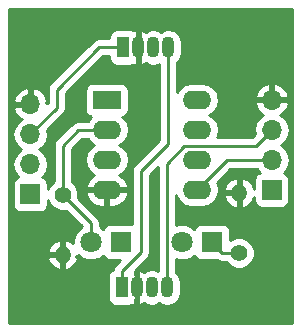
<source format=gbr>
G04 #@! TF.FileFunction,Copper,L1,Top,Signal*
%FSLAX46Y46*%
G04 Gerber Fmt 4.6, Leading zero omitted, Abs format (unit mm)*
G04 Created by KiCad (PCBNEW 4.0.7) date 12/07/18 00:27:29*
%MOMM*%
%LPD*%
G01*
G04 APERTURE LIST*
%ADD10C,0.100000*%
%ADD11R,2.400000X1.600000*%
%ADD12O,2.400000X1.600000*%
%ADD13R,1.700000X1.700000*%
%ADD14O,1.700000X1.700000*%
%ADD15R,1.800000X1.800000*%
%ADD16C,1.800000*%
%ADD17C,1.400000*%
%ADD18O,1.400000X1.400000*%
%ADD19R,1.070000X1.800000*%
%ADD20O,1.070000X1.800000*%
%ADD21C,0.250000*%
%ADD22C,0.254000*%
G04 APERTURE END LIST*
D10*
D11*
X152527000Y-130302000D03*
D12*
X160147000Y-137922000D03*
X152527000Y-132842000D03*
X160147000Y-135382000D03*
X152527000Y-135382000D03*
X160147000Y-132842000D03*
X152527000Y-137922000D03*
X160147000Y-130302000D03*
D13*
X146050000Y-138303000D03*
D14*
X146050000Y-135763000D03*
X146050000Y-133223000D03*
X146050000Y-130683000D03*
D15*
X161442400Y-142341600D03*
D16*
X158902400Y-142341600D03*
D15*
X153720800Y-142341600D03*
D16*
X151180800Y-142341600D03*
D13*
X166497000Y-137922000D03*
D14*
X166497000Y-135382000D03*
X166497000Y-132842000D03*
X166497000Y-130302000D03*
D17*
X163728400Y-143256000D03*
D18*
X163728400Y-138176000D03*
D17*
X148793200Y-138328400D03*
D18*
X148793200Y-143408400D03*
D19*
X153924000Y-125857000D03*
D20*
X155194000Y-125857000D03*
X156464000Y-125857000D03*
X157734000Y-125857000D03*
D19*
X153797000Y-146177000D03*
D20*
X155067000Y-146177000D03*
X156337000Y-146177000D03*
X157607000Y-146177000D03*
D21*
X163728400Y-143256000D02*
X162255200Y-143256000D01*
X162255200Y-143256000D02*
X161340800Y-142341600D01*
X151180800Y-142341600D02*
X151180800Y-140716000D01*
X151180800Y-140716000D02*
X148793200Y-138328400D01*
X152527000Y-132842000D02*
X150114000Y-132842000D01*
X148793200Y-134162800D02*
X148793200Y-138328400D01*
X150114000Y-132842000D02*
X148793200Y-134162800D01*
X153924000Y-125857000D02*
X151866600Y-125857000D01*
X148285200Y-130987800D02*
X146050000Y-133223000D01*
X148285200Y-129438400D02*
X148285200Y-130987800D01*
X151866600Y-125857000D02*
X148285200Y-129438400D01*
X153797000Y-146177000D02*
X153797000Y-144805400D01*
X157734000Y-134010400D02*
X157734000Y-125857000D01*
X155397200Y-136347200D02*
X157734000Y-134010400D01*
X155397200Y-143205200D02*
X155397200Y-136347200D01*
X153797000Y-144805400D02*
X155397200Y-143205200D01*
X166497000Y-135382000D02*
X162687000Y-135382000D01*
X162687000Y-135382000D02*
X160147000Y-137922000D01*
X157607000Y-146177000D02*
X157607000Y-135712200D01*
X165125400Y-134213600D02*
X166497000Y-132842000D01*
X159105600Y-134213600D02*
X165125400Y-134213600D01*
X157607000Y-135712200D02*
X159105600Y-134213600D01*
D22*
G36*
X168200000Y-149150000D02*
X144220000Y-149150000D01*
X144220000Y-143741731D01*
X147500473Y-143741731D01*
X147726436Y-144211063D01*
X148114804Y-144558197D01*
X148459871Y-144701116D01*
X148666200Y-144577774D01*
X148666200Y-143535400D01*
X147622994Y-143535400D01*
X147500473Y-143741731D01*
X144220000Y-143741731D01*
X144220000Y-143075069D01*
X147500473Y-143075069D01*
X147622994Y-143281400D01*
X148666200Y-143281400D01*
X148666200Y-142239026D01*
X148459871Y-142115684D01*
X148114804Y-142258603D01*
X147726436Y-142605737D01*
X147500473Y-143075069D01*
X144220000Y-143075069D01*
X144220000Y-133223000D01*
X144535907Y-133223000D01*
X144648946Y-133791285D01*
X144970853Y-134273054D01*
X145300026Y-134493000D01*
X144970853Y-134712946D01*
X144648946Y-135194715D01*
X144535907Y-135763000D01*
X144648946Y-136331285D01*
X144970853Y-136813054D01*
X145012452Y-136840850D01*
X144964683Y-136849838D01*
X144748559Y-136988910D01*
X144603569Y-137201110D01*
X144552560Y-137453000D01*
X144552560Y-139153000D01*
X144596838Y-139388317D01*
X144735910Y-139604441D01*
X144948110Y-139749431D01*
X145200000Y-139800440D01*
X146900000Y-139800440D01*
X147135317Y-139756162D01*
X147351441Y-139617090D01*
X147496431Y-139404890D01*
X147547440Y-139153000D01*
X147547440Y-138809320D01*
X147660782Y-139083629D01*
X148035996Y-139459498D01*
X148526487Y-139663168D01*
X149053626Y-139663628D01*
X150395292Y-141005294D01*
X150312429Y-141039532D01*
X149880249Y-141470957D01*
X149646067Y-142034930D01*
X149645737Y-142414255D01*
X149471596Y-142258603D01*
X149126529Y-142115684D01*
X148920200Y-142239026D01*
X148920200Y-143281400D01*
X148940200Y-143281400D01*
X148940200Y-143535400D01*
X148920200Y-143535400D01*
X148920200Y-144577774D01*
X149126529Y-144701116D01*
X149471596Y-144558197D01*
X149859964Y-144211063D01*
X150085927Y-143741731D01*
X149963407Y-143535402D01*
X150128200Y-143535402D01*
X150128200Y-143459876D01*
X150310157Y-143642151D01*
X150874130Y-143876333D01*
X151484791Y-143876865D01*
X152049171Y-143643668D01*
X152217413Y-143475720D01*
X152217638Y-143476917D01*
X152356710Y-143693041D01*
X152568910Y-143838031D01*
X152820800Y-143889040D01*
X153638558Y-143889040D01*
X153259599Y-144267999D01*
X153094852Y-144514561D01*
X153064588Y-144666706D01*
X153026683Y-144673838D01*
X152810559Y-144812910D01*
X152665569Y-145025110D01*
X152614560Y-145277000D01*
X152614560Y-147077000D01*
X152658838Y-147312317D01*
X152797910Y-147528441D01*
X153010110Y-147673431D01*
X153262000Y-147724440D01*
X154332000Y-147724440D01*
X154567317Y-147680162D01*
X154658830Y-147621275D01*
X154759617Y-147670900D01*
X154940000Y-147545244D01*
X154940000Y-147271761D01*
X154979440Y-147077000D01*
X154979440Y-145277000D01*
X154940000Y-145067395D01*
X154940000Y-144808756D01*
X154897825Y-144779377D01*
X155934601Y-143742601D01*
X156099348Y-143496039D01*
X156157200Y-143205200D01*
X156157200Y-136662002D01*
X156847000Y-135972202D01*
X156847000Y-144742590D01*
X156784740Y-144700989D01*
X156337000Y-144611928D01*
X155889260Y-144700989D01*
X155686234Y-144836646D01*
X155374383Y-144683100D01*
X155194000Y-144808756D01*
X155194000Y-145646190D01*
X155167000Y-145781928D01*
X155167000Y-146572072D01*
X155194000Y-146707810D01*
X155194000Y-147545244D01*
X155374383Y-147670900D01*
X155686234Y-147517354D01*
X155889260Y-147653011D01*
X156337000Y-147742072D01*
X156784740Y-147653011D01*
X156972000Y-147527888D01*
X157159260Y-147653011D01*
X157607000Y-147742072D01*
X158054740Y-147653011D01*
X158434315Y-147399387D01*
X158687939Y-147019812D01*
X158777000Y-146572072D01*
X158777000Y-145781928D01*
X158687939Y-145334188D01*
X158434315Y-144954613D01*
X158367000Y-144909635D01*
X158367000Y-143781356D01*
X158595730Y-143876333D01*
X159206391Y-143876865D01*
X159770771Y-143643668D01*
X159939013Y-143475720D01*
X159939238Y-143476917D01*
X160078310Y-143693041D01*
X160290510Y-143838031D01*
X160542400Y-143889040D01*
X161860933Y-143889040D01*
X161964361Y-143958148D01*
X162255200Y-144016000D01*
X162600745Y-144016000D01*
X162971196Y-144387098D01*
X163461687Y-144590768D01*
X163992783Y-144591231D01*
X164483629Y-144388418D01*
X164859498Y-144013204D01*
X165063168Y-143522713D01*
X165063631Y-142991617D01*
X164860818Y-142500771D01*
X164485604Y-142124902D01*
X163995113Y-141921232D01*
X163464017Y-141920769D01*
X162989840Y-142116695D01*
X162989840Y-141441600D01*
X162945562Y-141206283D01*
X162806490Y-140990159D01*
X162594290Y-140845169D01*
X162342400Y-140794160D01*
X160542400Y-140794160D01*
X160307083Y-140838438D01*
X160090959Y-140977510D01*
X159945969Y-141189710D01*
X159941833Y-141210134D01*
X159773043Y-141041049D01*
X159209070Y-140806867D01*
X158598409Y-140806335D01*
X158367000Y-140901951D01*
X158367000Y-138379236D01*
X158385283Y-138471151D01*
X158696352Y-138936698D01*
X159161899Y-139247767D01*
X159711050Y-139357000D01*
X160582950Y-139357000D01*
X161132101Y-139247767D01*
X161597648Y-138936698D01*
X161883205Y-138509331D01*
X162435673Y-138509331D01*
X162661636Y-138978663D01*
X163050004Y-139325797D01*
X163395071Y-139468716D01*
X163601400Y-139345374D01*
X163601400Y-138303000D01*
X162558194Y-138303000D01*
X162435673Y-138509331D01*
X161883205Y-138509331D01*
X161908717Y-138471151D01*
X162017950Y-137922000D01*
X162002171Y-137842669D01*
X162435673Y-137842669D01*
X162558194Y-138049000D01*
X163601400Y-138049000D01*
X163601400Y-137006626D01*
X163395071Y-136883284D01*
X163050004Y-137026203D01*
X162661636Y-137373337D01*
X162435673Y-137842669D01*
X162002171Y-137842669D01*
X161908717Y-137372849D01*
X161853536Y-137290266D01*
X163001802Y-136142000D01*
X165224046Y-136142000D01*
X165417853Y-136432054D01*
X165459452Y-136459850D01*
X165411683Y-136468838D01*
X165195559Y-136607910D01*
X165050569Y-136820110D01*
X164999560Y-137072000D01*
X164999560Y-137797874D01*
X164795164Y-137373337D01*
X164406796Y-137026203D01*
X164061729Y-136883284D01*
X163855400Y-137006626D01*
X163855400Y-138049000D01*
X163875400Y-138049000D01*
X163875400Y-138303000D01*
X163855400Y-138303000D01*
X163855400Y-139345374D01*
X164061729Y-139468716D01*
X164406796Y-139325797D01*
X164795164Y-138978663D01*
X164999560Y-138554126D01*
X164999560Y-138772000D01*
X165043838Y-139007317D01*
X165182910Y-139223441D01*
X165395110Y-139368431D01*
X165647000Y-139419440D01*
X167347000Y-139419440D01*
X167582317Y-139375162D01*
X167798441Y-139236090D01*
X167943431Y-139023890D01*
X167994440Y-138772000D01*
X167994440Y-137072000D01*
X167950162Y-136836683D01*
X167811090Y-136620559D01*
X167598890Y-136475569D01*
X167531459Y-136461914D01*
X167576147Y-136432054D01*
X167898054Y-135950285D01*
X168011093Y-135382000D01*
X167898054Y-134813715D01*
X167576147Y-134331946D01*
X167246974Y-134112000D01*
X167576147Y-133892054D01*
X167898054Y-133410285D01*
X168011093Y-132842000D01*
X167898054Y-132273715D01*
X167576147Y-131791946D01*
X167235447Y-131564298D01*
X167378358Y-131497183D01*
X167768645Y-131068924D01*
X167938476Y-130658890D01*
X167817155Y-130429000D01*
X166624000Y-130429000D01*
X166624000Y-130449000D01*
X166370000Y-130449000D01*
X166370000Y-130429000D01*
X165176845Y-130429000D01*
X165055524Y-130658890D01*
X165225355Y-131068924D01*
X165615642Y-131497183D01*
X165758553Y-131564298D01*
X165417853Y-131791946D01*
X165095946Y-132273715D01*
X164982907Y-132842000D01*
X165055790Y-133208408D01*
X164810598Y-133453600D01*
X161866990Y-133453600D01*
X161908717Y-133391151D01*
X162017950Y-132842000D01*
X161908717Y-132292849D01*
X161597648Y-131827302D01*
X161215562Y-131572000D01*
X161597648Y-131316698D01*
X161908717Y-130851151D01*
X162017950Y-130302000D01*
X161946961Y-129945110D01*
X165055524Y-129945110D01*
X165176845Y-130175000D01*
X166370000Y-130175000D01*
X166370000Y-128981181D01*
X166624000Y-128981181D01*
X166624000Y-130175000D01*
X167817155Y-130175000D01*
X167938476Y-129945110D01*
X167768645Y-129535076D01*
X167378358Y-129106817D01*
X166853892Y-128860514D01*
X166624000Y-128981181D01*
X166370000Y-128981181D01*
X166140108Y-128860514D01*
X165615642Y-129106817D01*
X165225355Y-129535076D01*
X165055524Y-129945110D01*
X161946961Y-129945110D01*
X161908717Y-129752849D01*
X161597648Y-129287302D01*
X161132101Y-128976233D01*
X160582950Y-128867000D01*
X159711050Y-128867000D01*
X159161899Y-128976233D01*
X158696352Y-129287302D01*
X158494000Y-129590143D01*
X158494000Y-127124365D01*
X158561315Y-127079387D01*
X158814939Y-126699812D01*
X158904000Y-126252072D01*
X158904000Y-125461928D01*
X158814939Y-125014188D01*
X158561315Y-124634613D01*
X158181740Y-124380989D01*
X157734000Y-124291928D01*
X157286260Y-124380989D01*
X157099000Y-124506112D01*
X156911740Y-124380989D01*
X156464000Y-124291928D01*
X156016260Y-124380989D01*
X155813234Y-124516646D01*
X155501383Y-124363100D01*
X155321000Y-124488756D01*
X155321000Y-125326190D01*
X155294000Y-125461928D01*
X155294000Y-126252072D01*
X155321000Y-126387810D01*
X155321000Y-127225244D01*
X155501383Y-127350900D01*
X155813234Y-127197354D01*
X156016260Y-127333011D01*
X156464000Y-127422072D01*
X156911740Y-127333011D01*
X156974000Y-127291410D01*
X156974000Y-133695598D01*
X154859799Y-135809799D01*
X154695052Y-136056361D01*
X154637200Y-136347200D01*
X154637200Y-140797481D01*
X154620800Y-140794160D01*
X152820800Y-140794160D01*
X152585483Y-140838438D01*
X152369359Y-140977510D01*
X152224369Y-141189710D01*
X152220233Y-141210134D01*
X152051443Y-141041049D01*
X151940800Y-140995106D01*
X151940800Y-140716000D01*
X151882948Y-140425161D01*
X151882948Y-140425160D01*
X151718201Y-140178599D01*
X150127974Y-138588372D01*
X150128250Y-138271039D01*
X150735096Y-138271039D01*
X150752633Y-138353819D01*
X151022500Y-138846896D01*
X151460517Y-139199166D01*
X152000000Y-139357000D01*
X152400000Y-139357000D01*
X152400000Y-138049000D01*
X152654000Y-138049000D01*
X152654000Y-139357000D01*
X153054000Y-139357000D01*
X153593483Y-139199166D01*
X154031500Y-138846896D01*
X154301367Y-138353819D01*
X154318904Y-138271039D01*
X154196915Y-138049000D01*
X152654000Y-138049000D01*
X152400000Y-138049000D01*
X150857085Y-138049000D01*
X150735096Y-138271039D01*
X150128250Y-138271039D01*
X150128431Y-138064017D01*
X149925618Y-137573171D01*
X149553200Y-137200103D01*
X149553200Y-134477602D01*
X150428802Y-133602000D01*
X150906168Y-133602000D01*
X151076352Y-133856698D01*
X151458438Y-134112000D01*
X151076352Y-134367302D01*
X150765283Y-134832849D01*
X150656050Y-135382000D01*
X150765283Y-135931151D01*
X151076352Y-136396698D01*
X151454707Y-136649507D01*
X151022500Y-136997104D01*
X150752633Y-137490181D01*
X150735096Y-137572961D01*
X150857085Y-137795000D01*
X152400000Y-137795000D01*
X152400000Y-137775000D01*
X152654000Y-137775000D01*
X152654000Y-137795000D01*
X154196915Y-137795000D01*
X154318904Y-137572961D01*
X154301367Y-137490181D01*
X154031500Y-136997104D01*
X153599293Y-136649507D01*
X153977648Y-136396698D01*
X154288717Y-135931151D01*
X154397950Y-135382000D01*
X154288717Y-134832849D01*
X153977648Y-134367302D01*
X153595562Y-134112000D01*
X153977648Y-133856698D01*
X154288717Y-133391151D01*
X154397950Y-132842000D01*
X154288717Y-132292849D01*
X153977648Y-131827302D01*
X153831650Y-131729749D01*
X153962317Y-131705162D01*
X154178441Y-131566090D01*
X154323431Y-131353890D01*
X154374440Y-131102000D01*
X154374440Y-129502000D01*
X154330162Y-129266683D01*
X154191090Y-129050559D01*
X153978890Y-128905569D01*
X153727000Y-128854560D01*
X151327000Y-128854560D01*
X151091683Y-128898838D01*
X150875559Y-129037910D01*
X150730569Y-129250110D01*
X150679560Y-129502000D01*
X150679560Y-131102000D01*
X150723838Y-131337317D01*
X150862910Y-131553441D01*
X151075110Y-131698431D01*
X151224074Y-131728597D01*
X151076352Y-131827302D01*
X150906168Y-132082000D01*
X150114000Y-132082000D01*
X149823160Y-132139852D01*
X149576599Y-132304599D01*
X148255799Y-133625399D01*
X148091052Y-133871961D01*
X148033200Y-134162800D01*
X148033200Y-137200745D01*
X147662102Y-137571196D01*
X147547440Y-137847332D01*
X147547440Y-137453000D01*
X147503162Y-137217683D01*
X147364090Y-137001559D01*
X147151890Y-136856569D01*
X147084459Y-136842914D01*
X147129147Y-136813054D01*
X147451054Y-136331285D01*
X147564093Y-135763000D01*
X147451054Y-135194715D01*
X147129147Y-134712946D01*
X146799974Y-134493000D01*
X147129147Y-134273054D01*
X147451054Y-133791285D01*
X147564093Y-133223000D01*
X147491210Y-132856592D01*
X148822601Y-131525201D01*
X148987348Y-131278639D01*
X149045200Y-130987800D01*
X149045200Y-129753202D01*
X152181402Y-126617000D01*
X152741560Y-126617000D01*
X152741560Y-126757000D01*
X152785838Y-126992317D01*
X152924910Y-127208441D01*
X153137110Y-127353431D01*
X153389000Y-127404440D01*
X154459000Y-127404440D01*
X154694317Y-127360162D01*
X154785830Y-127301275D01*
X154886617Y-127350900D01*
X155067000Y-127225244D01*
X155067000Y-126951761D01*
X155106440Y-126757000D01*
X155106440Y-124957000D01*
X155067000Y-124747395D01*
X155067000Y-124488756D01*
X154886617Y-124363100D01*
X154786639Y-124412326D01*
X154710890Y-124360569D01*
X154459000Y-124309560D01*
X153389000Y-124309560D01*
X153153683Y-124353838D01*
X152937559Y-124492910D01*
X152792569Y-124705110D01*
X152741560Y-124957000D01*
X152741560Y-125097000D01*
X151866600Y-125097000D01*
X151624014Y-125145254D01*
X151575760Y-125154852D01*
X151329199Y-125319599D01*
X147747799Y-128900999D01*
X147583052Y-129147561D01*
X147525200Y-129438400D01*
X147525200Y-130555998D01*
X147370156Y-130555998D01*
X147491476Y-130326110D01*
X147321645Y-129916076D01*
X146931358Y-129487817D01*
X146406892Y-129241514D01*
X146177000Y-129362181D01*
X146177000Y-130556000D01*
X146197000Y-130556000D01*
X146197000Y-130810000D01*
X146177000Y-130810000D01*
X146177000Y-130830000D01*
X145923000Y-130830000D01*
X145923000Y-130810000D01*
X144729845Y-130810000D01*
X144608524Y-131039890D01*
X144778355Y-131449924D01*
X145168642Y-131878183D01*
X145311553Y-131945298D01*
X144970853Y-132172946D01*
X144648946Y-132654715D01*
X144535907Y-133223000D01*
X144220000Y-133223000D01*
X144220000Y-130326110D01*
X144608524Y-130326110D01*
X144729845Y-130556000D01*
X145923000Y-130556000D01*
X145923000Y-129362181D01*
X145693108Y-129241514D01*
X145168642Y-129487817D01*
X144778355Y-129916076D01*
X144608524Y-130326110D01*
X144220000Y-130326110D01*
X144220000Y-122630000D01*
X168200000Y-122630000D01*
X168200000Y-149150000D01*
X168200000Y-149150000D01*
G37*
X168200000Y-149150000D02*
X144220000Y-149150000D01*
X144220000Y-143741731D01*
X147500473Y-143741731D01*
X147726436Y-144211063D01*
X148114804Y-144558197D01*
X148459871Y-144701116D01*
X148666200Y-144577774D01*
X148666200Y-143535400D01*
X147622994Y-143535400D01*
X147500473Y-143741731D01*
X144220000Y-143741731D01*
X144220000Y-143075069D01*
X147500473Y-143075069D01*
X147622994Y-143281400D01*
X148666200Y-143281400D01*
X148666200Y-142239026D01*
X148459871Y-142115684D01*
X148114804Y-142258603D01*
X147726436Y-142605737D01*
X147500473Y-143075069D01*
X144220000Y-143075069D01*
X144220000Y-133223000D01*
X144535907Y-133223000D01*
X144648946Y-133791285D01*
X144970853Y-134273054D01*
X145300026Y-134493000D01*
X144970853Y-134712946D01*
X144648946Y-135194715D01*
X144535907Y-135763000D01*
X144648946Y-136331285D01*
X144970853Y-136813054D01*
X145012452Y-136840850D01*
X144964683Y-136849838D01*
X144748559Y-136988910D01*
X144603569Y-137201110D01*
X144552560Y-137453000D01*
X144552560Y-139153000D01*
X144596838Y-139388317D01*
X144735910Y-139604441D01*
X144948110Y-139749431D01*
X145200000Y-139800440D01*
X146900000Y-139800440D01*
X147135317Y-139756162D01*
X147351441Y-139617090D01*
X147496431Y-139404890D01*
X147547440Y-139153000D01*
X147547440Y-138809320D01*
X147660782Y-139083629D01*
X148035996Y-139459498D01*
X148526487Y-139663168D01*
X149053626Y-139663628D01*
X150395292Y-141005294D01*
X150312429Y-141039532D01*
X149880249Y-141470957D01*
X149646067Y-142034930D01*
X149645737Y-142414255D01*
X149471596Y-142258603D01*
X149126529Y-142115684D01*
X148920200Y-142239026D01*
X148920200Y-143281400D01*
X148940200Y-143281400D01*
X148940200Y-143535400D01*
X148920200Y-143535400D01*
X148920200Y-144577774D01*
X149126529Y-144701116D01*
X149471596Y-144558197D01*
X149859964Y-144211063D01*
X150085927Y-143741731D01*
X149963407Y-143535402D01*
X150128200Y-143535402D01*
X150128200Y-143459876D01*
X150310157Y-143642151D01*
X150874130Y-143876333D01*
X151484791Y-143876865D01*
X152049171Y-143643668D01*
X152217413Y-143475720D01*
X152217638Y-143476917D01*
X152356710Y-143693041D01*
X152568910Y-143838031D01*
X152820800Y-143889040D01*
X153638558Y-143889040D01*
X153259599Y-144267999D01*
X153094852Y-144514561D01*
X153064588Y-144666706D01*
X153026683Y-144673838D01*
X152810559Y-144812910D01*
X152665569Y-145025110D01*
X152614560Y-145277000D01*
X152614560Y-147077000D01*
X152658838Y-147312317D01*
X152797910Y-147528441D01*
X153010110Y-147673431D01*
X153262000Y-147724440D01*
X154332000Y-147724440D01*
X154567317Y-147680162D01*
X154658830Y-147621275D01*
X154759617Y-147670900D01*
X154940000Y-147545244D01*
X154940000Y-147271761D01*
X154979440Y-147077000D01*
X154979440Y-145277000D01*
X154940000Y-145067395D01*
X154940000Y-144808756D01*
X154897825Y-144779377D01*
X155934601Y-143742601D01*
X156099348Y-143496039D01*
X156157200Y-143205200D01*
X156157200Y-136662002D01*
X156847000Y-135972202D01*
X156847000Y-144742590D01*
X156784740Y-144700989D01*
X156337000Y-144611928D01*
X155889260Y-144700989D01*
X155686234Y-144836646D01*
X155374383Y-144683100D01*
X155194000Y-144808756D01*
X155194000Y-145646190D01*
X155167000Y-145781928D01*
X155167000Y-146572072D01*
X155194000Y-146707810D01*
X155194000Y-147545244D01*
X155374383Y-147670900D01*
X155686234Y-147517354D01*
X155889260Y-147653011D01*
X156337000Y-147742072D01*
X156784740Y-147653011D01*
X156972000Y-147527888D01*
X157159260Y-147653011D01*
X157607000Y-147742072D01*
X158054740Y-147653011D01*
X158434315Y-147399387D01*
X158687939Y-147019812D01*
X158777000Y-146572072D01*
X158777000Y-145781928D01*
X158687939Y-145334188D01*
X158434315Y-144954613D01*
X158367000Y-144909635D01*
X158367000Y-143781356D01*
X158595730Y-143876333D01*
X159206391Y-143876865D01*
X159770771Y-143643668D01*
X159939013Y-143475720D01*
X159939238Y-143476917D01*
X160078310Y-143693041D01*
X160290510Y-143838031D01*
X160542400Y-143889040D01*
X161860933Y-143889040D01*
X161964361Y-143958148D01*
X162255200Y-144016000D01*
X162600745Y-144016000D01*
X162971196Y-144387098D01*
X163461687Y-144590768D01*
X163992783Y-144591231D01*
X164483629Y-144388418D01*
X164859498Y-144013204D01*
X165063168Y-143522713D01*
X165063631Y-142991617D01*
X164860818Y-142500771D01*
X164485604Y-142124902D01*
X163995113Y-141921232D01*
X163464017Y-141920769D01*
X162989840Y-142116695D01*
X162989840Y-141441600D01*
X162945562Y-141206283D01*
X162806490Y-140990159D01*
X162594290Y-140845169D01*
X162342400Y-140794160D01*
X160542400Y-140794160D01*
X160307083Y-140838438D01*
X160090959Y-140977510D01*
X159945969Y-141189710D01*
X159941833Y-141210134D01*
X159773043Y-141041049D01*
X159209070Y-140806867D01*
X158598409Y-140806335D01*
X158367000Y-140901951D01*
X158367000Y-138379236D01*
X158385283Y-138471151D01*
X158696352Y-138936698D01*
X159161899Y-139247767D01*
X159711050Y-139357000D01*
X160582950Y-139357000D01*
X161132101Y-139247767D01*
X161597648Y-138936698D01*
X161883205Y-138509331D01*
X162435673Y-138509331D01*
X162661636Y-138978663D01*
X163050004Y-139325797D01*
X163395071Y-139468716D01*
X163601400Y-139345374D01*
X163601400Y-138303000D01*
X162558194Y-138303000D01*
X162435673Y-138509331D01*
X161883205Y-138509331D01*
X161908717Y-138471151D01*
X162017950Y-137922000D01*
X162002171Y-137842669D01*
X162435673Y-137842669D01*
X162558194Y-138049000D01*
X163601400Y-138049000D01*
X163601400Y-137006626D01*
X163395071Y-136883284D01*
X163050004Y-137026203D01*
X162661636Y-137373337D01*
X162435673Y-137842669D01*
X162002171Y-137842669D01*
X161908717Y-137372849D01*
X161853536Y-137290266D01*
X163001802Y-136142000D01*
X165224046Y-136142000D01*
X165417853Y-136432054D01*
X165459452Y-136459850D01*
X165411683Y-136468838D01*
X165195559Y-136607910D01*
X165050569Y-136820110D01*
X164999560Y-137072000D01*
X164999560Y-137797874D01*
X164795164Y-137373337D01*
X164406796Y-137026203D01*
X164061729Y-136883284D01*
X163855400Y-137006626D01*
X163855400Y-138049000D01*
X163875400Y-138049000D01*
X163875400Y-138303000D01*
X163855400Y-138303000D01*
X163855400Y-139345374D01*
X164061729Y-139468716D01*
X164406796Y-139325797D01*
X164795164Y-138978663D01*
X164999560Y-138554126D01*
X164999560Y-138772000D01*
X165043838Y-139007317D01*
X165182910Y-139223441D01*
X165395110Y-139368431D01*
X165647000Y-139419440D01*
X167347000Y-139419440D01*
X167582317Y-139375162D01*
X167798441Y-139236090D01*
X167943431Y-139023890D01*
X167994440Y-138772000D01*
X167994440Y-137072000D01*
X167950162Y-136836683D01*
X167811090Y-136620559D01*
X167598890Y-136475569D01*
X167531459Y-136461914D01*
X167576147Y-136432054D01*
X167898054Y-135950285D01*
X168011093Y-135382000D01*
X167898054Y-134813715D01*
X167576147Y-134331946D01*
X167246974Y-134112000D01*
X167576147Y-133892054D01*
X167898054Y-133410285D01*
X168011093Y-132842000D01*
X167898054Y-132273715D01*
X167576147Y-131791946D01*
X167235447Y-131564298D01*
X167378358Y-131497183D01*
X167768645Y-131068924D01*
X167938476Y-130658890D01*
X167817155Y-130429000D01*
X166624000Y-130429000D01*
X166624000Y-130449000D01*
X166370000Y-130449000D01*
X166370000Y-130429000D01*
X165176845Y-130429000D01*
X165055524Y-130658890D01*
X165225355Y-131068924D01*
X165615642Y-131497183D01*
X165758553Y-131564298D01*
X165417853Y-131791946D01*
X165095946Y-132273715D01*
X164982907Y-132842000D01*
X165055790Y-133208408D01*
X164810598Y-133453600D01*
X161866990Y-133453600D01*
X161908717Y-133391151D01*
X162017950Y-132842000D01*
X161908717Y-132292849D01*
X161597648Y-131827302D01*
X161215562Y-131572000D01*
X161597648Y-131316698D01*
X161908717Y-130851151D01*
X162017950Y-130302000D01*
X161946961Y-129945110D01*
X165055524Y-129945110D01*
X165176845Y-130175000D01*
X166370000Y-130175000D01*
X166370000Y-128981181D01*
X166624000Y-128981181D01*
X166624000Y-130175000D01*
X167817155Y-130175000D01*
X167938476Y-129945110D01*
X167768645Y-129535076D01*
X167378358Y-129106817D01*
X166853892Y-128860514D01*
X166624000Y-128981181D01*
X166370000Y-128981181D01*
X166140108Y-128860514D01*
X165615642Y-129106817D01*
X165225355Y-129535076D01*
X165055524Y-129945110D01*
X161946961Y-129945110D01*
X161908717Y-129752849D01*
X161597648Y-129287302D01*
X161132101Y-128976233D01*
X160582950Y-128867000D01*
X159711050Y-128867000D01*
X159161899Y-128976233D01*
X158696352Y-129287302D01*
X158494000Y-129590143D01*
X158494000Y-127124365D01*
X158561315Y-127079387D01*
X158814939Y-126699812D01*
X158904000Y-126252072D01*
X158904000Y-125461928D01*
X158814939Y-125014188D01*
X158561315Y-124634613D01*
X158181740Y-124380989D01*
X157734000Y-124291928D01*
X157286260Y-124380989D01*
X157099000Y-124506112D01*
X156911740Y-124380989D01*
X156464000Y-124291928D01*
X156016260Y-124380989D01*
X155813234Y-124516646D01*
X155501383Y-124363100D01*
X155321000Y-124488756D01*
X155321000Y-125326190D01*
X155294000Y-125461928D01*
X155294000Y-126252072D01*
X155321000Y-126387810D01*
X155321000Y-127225244D01*
X155501383Y-127350900D01*
X155813234Y-127197354D01*
X156016260Y-127333011D01*
X156464000Y-127422072D01*
X156911740Y-127333011D01*
X156974000Y-127291410D01*
X156974000Y-133695598D01*
X154859799Y-135809799D01*
X154695052Y-136056361D01*
X154637200Y-136347200D01*
X154637200Y-140797481D01*
X154620800Y-140794160D01*
X152820800Y-140794160D01*
X152585483Y-140838438D01*
X152369359Y-140977510D01*
X152224369Y-141189710D01*
X152220233Y-141210134D01*
X152051443Y-141041049D01*
X151940800Y-140995106D01*
X151940800Y-140716000D01*
X151882948Y-140425161D01*
X151882948Y-140425160D01*
X151718201Y-140178599D01*
X150127974Y-138588372D01*
X150128250Y-138271039D01*
X150735096Y-138271039D01*
X150752633Y-138353819D01*
X151022500Y-138846896D01*
X151460517Y-139199166D01*
X152000000Y-139357000D01*
X152400000Y-139357000D01*
X152400000Y-138049000D01*
X152654000Y-138049000D01*
X152654000Y-139357000D01*
X153054000Y-139357000D01*
X153593483Y-139199166D01*
X154031500Y-138846896D01*
X154301367Y-138353819D01*
X154318904Y-138271039D01*
X154196915Y-138049000D01*
X152654000Y-138049000D01*
X152400000Y-138049000D01*
X150857085Y-138049000D01*
X150735096Y-138271039D01*
X150128250Y-138271039D01*
X150128431Y-138064017D01*
X149925618Y-137573171D01*
X149553200Y-137200103D01*
X149553200Y-134477602D01*
X150428802Y-133602000D01*
X150906168Y-133602000D01*
X151076352Y-133856698D01*
X151458438Y-134112000D01*
X151076352Y-134367302D01*
X150765283Y-134832849D01*
X150656050Y-135382000D01*
X150765283Y-135931151D01*
X151076352Y-136396698D01*
X151454707Y-136649507D01*
X151022500Y-136997104D01*
X150752633Y-137490181D01*
X150735096Y-137572961D01*
X150857085Y-137795000D01*
X152400000Y-137795000D01*
X152400000Y-137775000D01*
X152654000Y-137775000D01*
X152654000Y-137795000D01*
X154196915Y-137795000D01*
X154318904Y-137572961D01*
X154301367Y-137490181D01*
X154031500Y-136997104D01*
X153599293Y-136649507D01*
X153977648Y-136396698D01*
X154288717Y-135931151D01*
X154397950Y-135382000D01*
X154288717Y-134832849D01*
X153977648Y-134367302D01*
X153595562Y-134112000D01*
X153977648Y-133856698D01*
X154288717Y-133391151D01*
X154397950Y-132842000D01*
X154288717Y-132292849D01*
X153977648Y-131827302D01*
X153831650Y-131729749D01*
X153962317Y-131705162D01*
X154178441Y-131566090D01*
X154323431Y-131353890D01*
X154374440Y-131102000D01*
X154374440Y-129502000D01*
X154330162Y-129266683D01*
X154191090Y-129050559D01*
X153978890Y-128905569D01*
X153727000Y-128854560D01*
X151327000Y-128854560D01*
X151091683Y-128898838D01*
X150875559Y-129037910D01*
X150730569Y-129250110D01*
X150679560Y-129502000D01*
X150679560Y-131102000D01*
X150723838Y-131337317D01*
X150862910Y-131553441D01*
X151075110Y-131698431D01*
X151224074Y-131728597D01*
X151076352Y-131827302D01*
X150906168Y-132082000D01*
X150114000Y-132082000D01*
X149823160Y-132139852D01*
X149576599Y-132304599D01*
X148255799Y-133625399D01*
X148091052Y-133871961D01*
X148033200Y-134162800D01*
X148033200Y-137200745D01*
X147662102Y-137571196D01*
X147547440Y-137847332D01*
X147547440Y-137453000D01*
X147503162Y-137217683D01*
X147364090Y-137001559D01*
X147151890Y-136856569D01*
X147084459Y-136842914D01*
X147129147Y-136813054D01*
X147451054Y-136331285D01*
X147564093Y-135763000D01*
X147451054Y-135194715D01*
X147129147Y-134712946D01*
X146799974Y-134493000D01*
X147129147Y-134273054D01*
X147451054Y-133791285D01*
X147564093Y-133223000D01*
X147491210Y-132856592D01*
X148822601Y-131525201D01*
X148987348Y-131278639D01*
X149045200Y-130987800D01*
X149045200Y-129753202D01*
X152181402Y-126617000D01*
X152741560Y-126617000D01*
X152741560Y-126757000D01*
X152785838Y-126992317D01*
X152924910Y-127208441D01*
X153137110Y-127353431D01*
X153389000Y-127404440D01*
X154459000Y-127404440D01*
X154694317Y-127360162D01*
X154785830Y-127301275D01*
X154886617Y-127350900D01*
X155067000Y-127225244D01*
X155067000Y-126951761D01*
X155106440Y-126757000D01*
X155106440Y-124957000D01*
X155067000Y-124747395D01*
X155067000Y-124488756D01*
X154886617Y-124363100D01*
X154786639Y-124412326D01*
X154710890Y-124360569D01*
X154459000Y-124309560D01*
X153389000Y-124309560D01*
X153153683Y-124353838D01*
X152937559Y-124492910D01*
X152792569Y-124705110D01*
X152741560Y-124957000D01*
X152741560Y-125097000D01*
X151866600Y-125097000D01*
X151624014Y-125145254D01*
X151575760Y-125154852D01*
X151329199Y-125319599D01*
X147747799Y-128900999D01*
X147583052Y-129147561D01*
X147525200Y-129438400D01*
X147525200Y-130555998D01*
X147370156Y-130555998D01*
X147491476Y-130326110D01*
X147321645Y-129916076D01*
X146931358Y-129487817D01*
X146406892Y-129241514D01*
X146177000Y-129362181D01*
X146177000Y-130556000D01*
X146197000Y-130556000D01*
X146197000Y-130810000D01*
X146177000Y-130810000D01*
X146177000Y-130830000D01*
X145923000Y-130830000D01*
X145923000Y-130810000D01*
X144729845Y-130810000D01*
X144608524Y-131039890D01*
X144778355Y-131449924D01*
X145168642Y-131878183D01*
X145311553Y-131945298D01*
X144970853Y-132172946D01*
X144648946Y-132654715D01*
X144535907Y-133223000D01*
X144220000Y-133223000D01*
X144220000Y-130326110D01*
X144608524Y-130326110D01*
X144729845Y-130556000D01*
X145923000Y-130556000D01*
X145923000Y-129362181D01*
X145693108Y-129241514D01*
X145168642Y-129487817D01*
X144778355Y-129916076D01*
X144608524Y-130326110D01*
X144220000Y-130326110D01*
X144220000Y-122630000D01*
X168200000Y-122630000D01*
X168200000Y-149150000D01*
M02*

</source>
